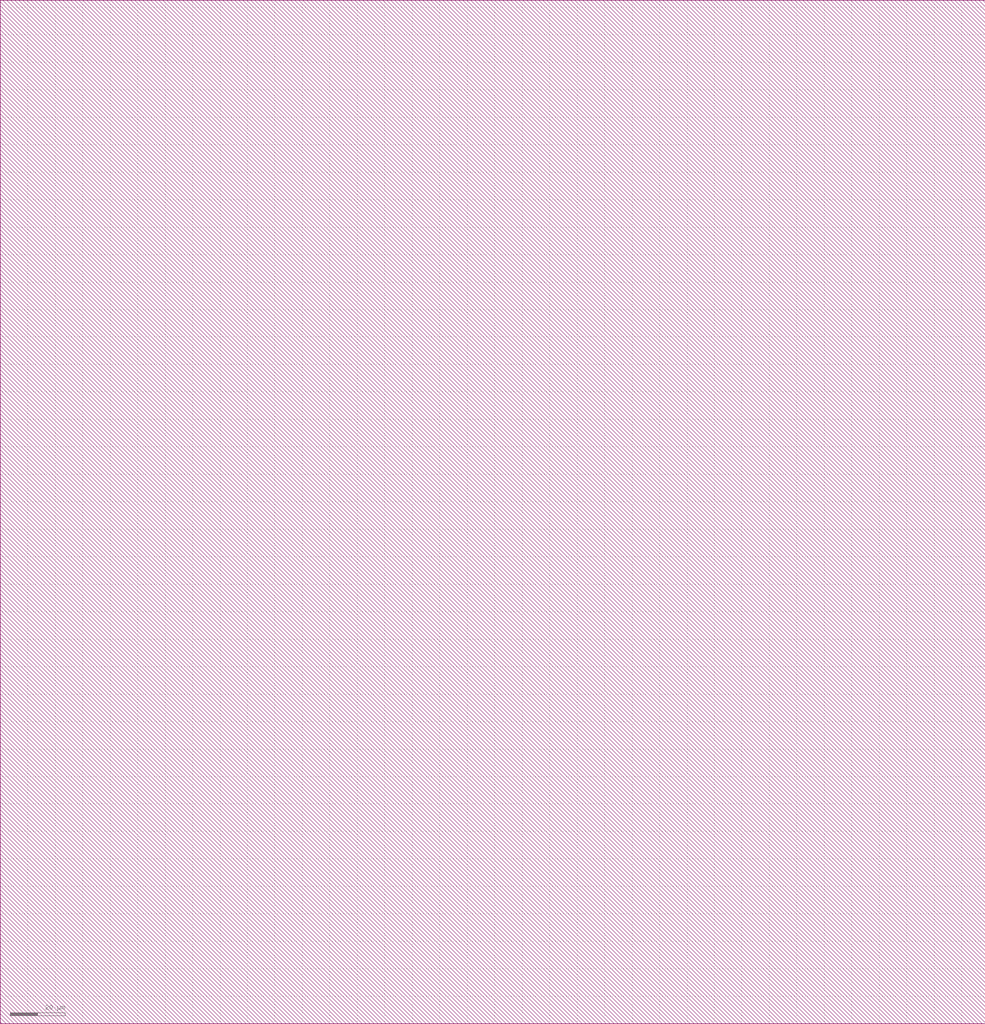
<source format=lef>
VERSION 5.6 ;

BUSBITCHARS "[]" ;

DIVIDERCHAR "/" ;

UNITS
    DATABASE MICRONS 1000 ;
END UNITS

MANUFACTURINGGRID 0.005000 ; 

CLEARANCEMEASURE EUCLIDEAN ; 

USEMINSPACING OBS ON ; 

SITE CoreSite
    CLASS CORE ;
    SIZE 0.540000 BY 0.900000 ;
END CoreSite

LAYER m1
   TYPE ROUTING ;
   DIRECTION VERTICAL ;
   MINWIDTH 0.270000 ;
   WIDTH 0.270000 ;
   SPACINGTABLE
      PARALLELRUNLENGTH 0.0
      WIDTH 0.0 0.270000 ;
   PITCH 0.540000 0.540000 ;
END m1

LAYER v1
    TYPE CUT ;
    SPACING 0.270000 ;
    WIDTH 0.270000 ;
    ENCLOSURE ABOVE 0.090000 0.090000 ;
    ENCLOSURE BELOW 0.090000 0.090000 ;
END v1

LAYER m2
   TYPE ROUTING ;
   DIRECTION HORIZONTAL ;
   MINWIDTH 0.450000 ;
   WIDTH 0.450000 ;
   SPACINGTABLE
      PARALLELRUNLENGTH 0.0
      WIDTH 0.0 0.450000 ;
   PITCH 0.900000 0.900000 ;
END m2

LAYER v2
    TYPE CUT ;
    SPACING 0.270000 ;
    WIDTH 0.270000 ;
    ENCLOSURE ABOVE 0.090000 0.090000 ;
    ENCLOSURE BELOW 0.090000 0.090000 ;
END v2

LAYER m3
   TYPE ROUTING ;
   DIRECTION VERTICAL ;
   MINWIDTH 0.450000 ;
   WIDTH 0.450000 ;
   SPACINGTABLE
      PARALLELRUNLENGTH 0.0
      WIDTH 0.0 0.450000 ;
   PITCH 0.900000 0.900000 ;
END m3

LAYER v3
    TYPE CUT ;
    SPACING 0.270000 ;
    WIDTH 0.270000 ;
    ENCLOSURE ABOVE 0.090000 0.090000 ;
    ENCLOSURE BELOW 0.090000 0.090000 ;
END v3

LAYER m4
   TYPE ROUTING ;
   DIRECTION HORIZONTAL ;
   MINWIDTH 0.450000 ;
   WIDTH 0.450000 ;
   SPACINGTABLE
      PARALLELRUNLENGTH 0.0
      WIDTH 0.0 0.450000 ;
   PITCH 0.900000 0.900000 ;
END m4

LAYER v4
    TYPE CUT ;
    SPACING 0.270000 ;
    WIDTH 0.270000 ;
    ENCLOSURE ABOVE 0.090000 0.090000 ;
    ENCLOSURE BELOW 0.090000 0.090000 ;
END v4

LAYER m5
   TYPE ROUTING ;
   DIRECTION VERTICAL ;
   MINWIDTH 0.450000 ;
   WIDTH 0.450000 ;
   SPACINGTABLE
      PARALLELRUNLENGTH 0.0
      WIDTH 0.0 0.450000 ;
   PITCH 0.900000 0.900000 ;
END m5

LAYER v5
    TYPE CUT ;
    SPACING 0.270000 ;
    WIDTH 0.270000 ;
    ENCLOSURE ABOVE 0.090000 0.090000 ;
    ENCLOSURE BELOW 0.090000 0.090000 ;
END v5

LAYER m6
   TYPE ROUTING ;
   DIRECTION HORIZONTAL ;
   MINWIDTH 0.450000 ;
   WIDTH 0.450000 ;
   SPACINGTABLE
      PARALLELRUNLENGTH 0.0
      WIDTH 0.0 0.450000 ;
   PITCH 0.900000 0.900000 ;
END m6

LAYER OVERLAP
   TYPE OVERLAP ;
END OVERLAP

VIA v1_C DEFAULT
   LAYER m1 ;
     RECT -0.225000 -0.225000 0.225000 0.225000 ;
   LAYER v1 ;
     RECT -0.135000 -0.135000 0.135000 0.135000 ;
   LAYER m2 ;
     RECT -0.225000 -0.225000 0.225000 0.225000 ;
END v1_C

VIA v1_Ch
   LAYER m1 ;
     RECT -0.225000 -0.225000 0.225000 0.225000 ;
   LAYER v1 ;
     RECT -0.135000 -0.135000 0.135000 0.135000 ;
   LAYER m2 ;
     RECT -0.225000 -0.225000 0.225000 0.225000 ;
END v1_Ch

VIA v1_Cv
   LAYER m1 ;
     RECT -0.225000 -0.225000 0.225000 0.225000 ;
   LAYER v1 ;
     RECT -0.135000 -0.135000 0.135000 0.135000 ;
   LAYER m2 ;
     RECT -0.225000 -0.225000 0.225000 0.225000 ;
END v1_Cv

VIA v2_C DEFAULT
   LAYER m2 ;
     RECT -0.225000 -0.225000 0.225000 0.225000 ;
   LAYER v2 ;
     RECT -0.135000 -0.135000 0.135000 0.135000 ;
   LAYER m3 ;
     RECT -0.225000 -0.225000 0.225000 0.225000 ;
END v2_C

VIA v2_Ch
   LAYER m2 ;
     RECT -0.225000 -0.225000 0.225000 0.225000 ;
   LAYER v2 ;
     RECT -0.135000 -0.135000 0.135000 0.135000 ;
   LAYER m3 ;
     RECT -0.225000 -0.225000 0.225000 0.225000 ;
END v2_Ch

VIA v2_Cv
   LAYER m2 ;
     RECT -0.225000 -0.225000 0.225000 0.225000 ;
   LAYER v2 ;
     RECT -0.135000 -0.135000 0.135000 0.135000 ;
   LAYER m3 ;
     RECT -0.225000 -0.225000 0.225000 0.225000 ;
END v2_Cv

VIA v3_C DEFAULT
   LAYER m3 ;
     RECT -0.225000 -0.225000 0.225000 0.225000 ;
   LAYER v3 ;
     RECT -0.135000 -0.135000 0.135000 0.135000 ;
   LAYER m4 ;
     RECT -0.225000 -0.225000 0.225000 0.225000 ;
END v3_C

VIA v3_Ch
   LAYER m3 ;
     RECT -0.225000 -0.225000 0.225000 0.225000 ;
   LAYER v3 ;
     RECT -0.135000 -0.135000 0.135000 0.135000 ;
   LAYER m4 ;
     RECT -0.225000 -0.225000 0.225000 0.225000 ;
END v3_Ch

VIA v3_Cv
   LAYER m3 ;
     RECT -0.225000 -0.225000 0.225000 0.225000 ;
   LAYER v3 ;
     RECT -0.135000 -0.135000 0.135000 0.135000 ;
   LAYER m4 ;
     RECT -0.225000 -0.225000 0.225000 0.225000 ;
END v3_Cv

VIA v4_C DEFAULT
   LAYER m4 ;
     RECT -0.225000 -0.225000 0.225000 0.225000 ;
   LAYER v4 ;
     RECT -0.135000 -0.135000 0.135000 0.135000 ;
   LAYER m5 ;
     RECT -0.225000 -0.225000 0.225000 0.225000 ;
END v4_C

VIA v4_Ch
   LAYER m4 ;
     RECT -0.225000 -0.225000 0.225000 0.225000 ;
   LAYER v4 ;
     RECT -0.135000 -0.135000 0.135000 0.135000 ;
   LAYER m5 ;
     RECT -0.225000 -0.225000 0.225000 0.225000 ;
END v4_Ch

VIA v4_Cv
   LAYER m4 ;
     RECT -0.225000 -0.225000 0.225000 0.225000 ;
   LAYER v4 ;
     RECT -0.135000 -0.135000 0.135000 0.135000 ;
   LAYER m5 ;
     RECT -0.225000 -0.225000 0.225000 0.225000 ;
END v4_Cv

VIA v5_C DEFAULT
   LAYER m5 ;
     RECT -0.225000 -0.225000 0.225000 0.225000 ;
   LAYER v5 ;
     RECT -0.135000 -0.135000 0.135000 0.135000 ;
   LAYER m6 ;
     RECT -0.225000 -0.225000 0.225000 0.225000 ;
END v5_C

VIA v5_Ch
   LAYER m5 ;
     RECT -0.225000 -0.225000 0.225000 0.225000 ;
   LAYER v5 ;
     RECT -0.135000 -0.135000 0.135000 0.135000 ;
   LAYER m6 ;
     RECT -0.225000 -0.225000 0.225000 0.225000 ;
END v5_Ch

VIA v5_Cv
   LAYER m5 ;
     RECT -0.225000 -0.225000 0.225000 0.225000 ;
   LAYER v5 ;
     RECT -0.135000 -0.135000 0.135000 0.135000 ;
   LAYER m6 ;
     RECT -0.225000 -0.225000 0.225000 0.225000 ;
END v5_Cv

MACRO _0_0cell_0_0g0n_0x0
    CLASS CORE ;
    FOREIGN _0_0cell_0_0g0n_0x0 0.000000 0.000000 ;
    ORIGIN 0.000000 0.000000 ;
    SIZE 3.240000 BY 9.900000 ;
    SYMMETRY X Y ;
    SITE CoreSite ;
    PIN in_50_6
        DIRECTION INPUT ;
        USE SIGNAL ;
        PORT
        LAYER m1 ;
        RECT 0.540000 8.730000 0.810000 9.000000 ;
        END
    END in_50_6
    PIN out
        DIRECTION OUTPUT ;
        USE SIGNAL ;
        PORT
        LAYER m1 ;
        RECT 0.540000 0.900000 0.810000 1.170000 ;
        END
        ANTENNADIFFAREA 3.888000 ;
    END out
    PIN Vdd
        DIRECTION INPUT ;
        USE POWER ;
        PORT
        LAYER m1 ;
        RECT 1.620000 8.730000 1.890000 9.000000 ;
        END
        ANTENNADIFFAREA 3.888000 ;
    END Vdd
    PIN GND
        DIRECTION INPUT ;
        USE GROUND ;
        PORT
        LAYER m1 ;
        RECT 2.700000 8.730000 2.970000 9.000000 ;
        END
        ANTENNADIFFAREA 0.972000 ;
    END GND
    OBS
      LAYER m1 ;
         RECT 0.540000 1.620000 2.610000 8.190000 ;
    END
END _0_0cell_0_0g0n_0x0

MACRO _0_0std_0_0cells_0_0INVX1
    CLASS CORE ;
    FOREIGN _0_0std_0_0cells_0_0INVX1 0.000000 0.000000 ;
    ORIGIN 0.000000 0.000000 ;
    SIZE 2.160000 BY 5.400000 ;
    SYMMETRY X Y ;
    SITE CoreSite ;
    PIN A
        DIRECTION INPUT ;
        USE SIGNAL ;
        PORT
        LAYER m1 ;
        RECT 0.540000 4.230000 0.810000 4.500000 ;
        END
    END A
    PIN Y
        DIRECTION OUTPUT ;
        USE SIGNAL ;
        PORT
        LAYER m1 ;
        RECT 0.540000 0.900000 0.810000 1.170000 ;
        END
        ANTENNADIFFAREA 0.631800 ;
    END Y
    PIN Vdd
        DIRECTION INPUT ;
        USE POWER ;
        PORT
        LAYER m1 ;
        RECT 1.080000 4.230000 1.350000 4.500000 ;
        END
        ANTENNADIFFAREA 0.388800 ;
    END Vdd
    PIN GND
        DIRECTION INPUT ;
        USE GROUND ;
        PORT
        LAYER m1 ;
        RECT 1.620000 4.230000 1.890000 4.500000 ;
        END
        ANTENNADIFFAREA 0.243000 ;
    END GND
    OBS
      LAYER m1 ;
         RECT 0.540000 1.620000 1.530000 3.690000 ;
    END
END _0_0std_0_0cells_0_0INVX1

MACRO _0_0std_0_0cells_0_0AND2X1
    CLASS CORE ;
    FOREIGN _0_0std_0_0cells_0_0AND2X1 0.000000 0.000000 ;
    ORIGIN 0.000000 0.000000 ;
    SIZE 4.320000 BY 6.300000 ;
    SYMMETRY X Y ;
    SITE CoreSite ;
    PIN A
        DIRECTION INPUT ;
        USE SIGNAL ;
        PORT
        LAYER m1 ;
        RECT 0.540000 5.130000 0.810000 5.400000 ;
        END
    END A
    PIN B
        DIRECTION INPUT ;
        USE SIGNAL ;
        PORT
        LAYER m1 ;
        RECT 1.620000 5.130000 1.890000 5.400000 ;
        END
    END B
    PIN Y
        DIRECTION OUTPUT ;
        USE SIGNAL ;
        PORT
        LAYER m1 ;
        RECT 0.540000 0.900000 0.810000 1.170000 ;
        END
        ANTENNADIFFAREA 0.631800 ;
    END Y
    PIN Vdd
        DIRECTION INPUT ;
        USE POWER ;
        PORT
        LAYER m1 ;
        RECT 2.700000 5.130000 2.970000 5.400000 ;
        END
        ANTENNADIFFAREA 0.777600 ;
    END Vdd
    PIN GND
        DIRECTION INPUT ;
        USE GROUND ;
        PORT
        LAYER m1 ;
        RECT 3.780000 5.130000 4.050000 5.400000 ;
        END
        ANTENNADIFFAREA 0.324000 ;
    END GND
    OBS
      LAYER m1 ;
         RECT 0.540000 1.620000 3.690000 4.590000 ;
    END
END _0_0std_0_0cells_0_0AND2X1

MACRO _0_0std_0_0cells_0_0NOR2X1
    CLASS CORE ;
    FOREIGN _0_0std_0_0cells_0_0NOR2X1 0.000000 0.000000 ;
    ORIGIN 0.000000 0.000000 ;
    SIZE 2.700000 BY 5.400000 ;
    SYMMETRY X Y ;
    SITE CoreSite ;
    PIN A
        DIRECTION INPUT ;
        USE SIGNAL ;
        PORT
        LAYER m1 ;
        RECT 0.540000 4.230000 0.810000 4.500000 ;
        END
    END A
    PIN B
        DIRECTION INPUT ;
        USE SIGNAL ;
        PORT
        LAYER m1 ;
        RECT 1.080000 4.230000 1.350000 4.500000 ;
        END
    END B
    PIN Y
        DIRECTION OUTPUT ;
        USE SIGNAL ;
        PORT
        LAYER m1 ;
        RECT 0.540000 0.900000 0.810000 1.170000 ;
        END
        ANTENNADIFFAREA 0.972000 ;
    END Y
    PIN Vdd
        DIRECTION INPUT ;
        USE POWER ;
        PORT
        LAYER m1 ;
        RECT 1.620000 4.230000 1.890000 4.500000 ;
        END
        ANTENNADIFFAREA 0.729000 ;
    END Vdd
    PIN GND
        DIRECTION INPUT ;
        USE GROUND ;
        PORT
        LAYER m1 ;
        RECT 2.160000 4.230000 2.430000 4.500000 ;
        END
        ANTENNADIFFAREA 0.486000 ;
    END GND
    OBS
      LAYER m1 ;
         RECT 0.540000 1.620000 2.070000 3.690000 ;
    END
END _0_0std_0_0cells_0_0NOR2X1

MACRO _0_0cell_0_0g0n1n2noo3na0n1n2naao_012oo3a012aaox0
    CLASS CORE ;
    FOREIGN _0_0cell_0_0g0n1n2noo3na0n1n2naao_012oo3a012aaox0 0.000000 0.000000 ;
    ORIGIN 0.000000 0.000000 ;
    SIZE 6.480000 BY 10.800000 ;
    SYMMETRY X Y ;
    SITE CoreSite ;
    PIN in_50_6
        DIRECTION INPUT ;
        USE SIGNAL ;
        PORT
        LAYER m1 ;
        RECT 0.540000 9.630000 0.810000 9.900000 ;
        END
    END in_50_6
    PIN in_51_6
        DIRECTION INPUT ;
        USE SIGNAL ;
        PORT
        LAYER m1 ;
        RECT 1.620000 9.630000 1.890000 9.900000 ;
        END
    END in_51_6
    PIN in_52_6
        DIRECTION INPUT ;
        USE SIGNAL ;
        PORT
        LAYER m1 ;
        RECT 2.700000 9.630000 2.970000 9.900000 ;
        END
    END in_52_6
    PIN in_53_6
        DIRECTION INPUT ;
        USE SIGNAL ;
        PORT
        LAYER m1 ;
        RECT 3.780000 9.630000 4.050000 9.900000 ;
        END
    END in_53_6
    PIN out
        DIRECTION OUTPUT ;
        USE SIGNAL ;
        PORT
        LAYER m1 ;
        RECT 0.540000 0.900000 0.810000 1.170000 ;
        END
        ANTENNADIFFAREA 2.138400 ;
    END out
    PIN Vdd
        DIRECTION INPUT ;
        USE POWER ;
        PORT
        LAYER m1 ;
        RECT 4.860000 9.630000 5.130000 9.900000 ;
        END
        ANTENNADIFFAREA 5.054400 ;
    END Vdd
    PIN GND
        DIRECTION INPUT ;
        USE GROUND ;
        PORT
        LAYER m1 ;
        RECT 5.940000 9.630000 6.210000 9.900000 ;
        END
        ANTENNADIFFAREA 1.944000 ;
    END GND
    OBS
      LAYER m1 ;
         RECT 0.540000 1.620000 5.850000 9.090000 ;
    END
END _0_0cell_0_0g0n1n2noo3na0n1n2naao_012oo3a012aaox0

MACRO _0_0cell_0_0g0n1na2no0n1noa_01o2a01aox0
    CLASS CORE ;
    FOREIGN _0_0cell_0_0g0n1na2no0n1noa_01o2a01aox0 0.000000 0.000000 ;
    ORIGIN 0.000000 0.000000 ;
    SIZE 5.400000 BY 7.200000 ;
    SYMMETRY X Y ;
    SITE CoreSite ;
    PIN in_50_6
        DIRECTION INPUT ;
        USE SIGNAL ;
        PORT
        LAYER m1 ;
        RECT 0.540000 6.030000 0.810000 6.300000 ;
        END
    END in_50_6
    PIN in_51_6
        DIRECTION INPUT ;
        USE SIGNAL ;
        PORT
        LAYER m1 ;
        RECT 1.620000 6.030000 1.890000 6.300000 ;
        END
    END in_51_6
    PIN in_52_6
        DIRECTION INPUT ;
        USE SIGNAL ;
        PORT
        LAYER m1 ;
        RECT 2.700000 6.030000 2.970000 6.300000 ;
        END
    END in_52_6
    PIN out
        DIRECTION OUTPUT ;
        USE SIGNAL ;
        PORT
        LAYER m1 ;
        RECT 0.540000 0.900000 0.810000 1.170000 ;
        END
        ANTENNADIFFAREA 1.603800 ;
    END out
    PIN Vdd
        DIRECTION INPUT ;
        USE POWER ;
        PORT
        LAYER m1 ;
        RECT 3.780000 6.030000 4.050000 6.300000 ;
        END
        ANTENNADIFFAREA 1.652400 ;
    END Vdd
    PIN GND
        DIRECTION INPUT ;
        USE GROUND ;
        PORT
        LAYER m1 ;
        RECT 4.860000 6.030000 5.130000 6.300000 ;
        END
        ANTENNADIFFAREA 0.972000 ;
    END GND
    OBS
      LAYER m1 ;
         RECT 0.540000 1.620000 4.770000 5.490000 ;
    END
END _0_0cell_0_0g0n1na2no0n1noa_01o2a01aox0

MACRO _0_0cell_0_0g0n_0x2
    CLASS CORE ;
    FOREIGN _0_0cell_0_0g0n_0x2 0.000000 0.000000 ;
    ORIGIN 0.000000 0.000000 ;
    SIZE 2.160000 BY 5.400000 ;
    SYMMETRY X Y ;
    SITE CoreSite ;
    PIN in_50_6
        DIRECTION INPUT ;
        USE SIGNAL ;
        PORT
        LAYER m1 ;
        RECT 0.540000 4.230000 0.810000 4.500000 ;
        END
    END in_50_6
    PIN out
        DIRECTION OUTPUT ;
        USE SIGNAL ;
        PORT
        LAYER m1 ;
        RECT 0.540000 0.900000 0.810000 1.170000 ;
        END
        ANTENNADIFFAREA 0.631800 ;
    END out
    PIN Vdd
        DIRECTION INPUT ;
        USE POWER ;
        PORT
        LAYER m1 ;
        RECT 1.080000 4.230000 1.350000 4.500000 ;
        END
        ANTENNADIFFAREA 0.388800 ;
    END Vdd
    PIN GND
        DIRECTION INPUT ;
        USE GROUND ;
        PORT
        LAYER m1 ;
        RECT 1.620000 4.230000 1.890000 4.500000 ;
        END
        ANTENNADIFFAREA 0.243000 ;
    END GND
    OBS
      LAYER m1 ;
         RECT 0.540000 1.620000 1.530000 3.690000 ;
    END
END _0_0cell_0_0g0n_0x2

MACRO _0_0std_0_0cells_0_0OR2X1
    CLASS CORE ;
    FOREIGN _0_0std_0_0cells_0_0OR2X1 0.000000 0.000000 ;
    ORIGIN 0.000000 0.000000 ;
    SIZE 4.320000 BY 5.400000 ;
    SYMMETRY X Y ;
    SITE CoreSite ;
    PIN A
        DIRECTION INPUT ;
        USE SIGNAL ;
        PORT
        LAYER m1 ;
        RECT 0.540000 4.230000 0.810000 4.500000 ;
        END
    END A
    PIN B
        DIRECTION INPUT ;
        USE SIGNAL ;
        PORT
        LAYER m1 ;
        RECT 1.620000 4.230000 1.890000 4.500000 ;
        END
    END B
    PIN Y
        DIRECTION OUTPUT ;
        USE SIGNAL ;
        PORT
        LAYER m1 ;
        RECT 0.540000 0.900000 0.810000 1.170000 ;
        END
        ANTENNADIFFAREA 0.631800 ;
    END Y
    PIN Vdd
        DIRECTION INPUT ;
        USE POWER ;
        PORT
        LAYER m1 ;
        RECT 2.700000 4.230000 2.970000 4.500000 ;
        END
        ANTENNADIFFAREA 0.486000 ;
    END Vdd
    PIN GND
        DIRECTION INPUT ;
        USE GROUND ;
        PORT
        LAYER m1 ;
        RECT 3.780000 4.230000 4.050000 4.500000 ;
        END
        ANTENNADIFFAREA 0.486000 ;
    END GND
    OBS
      LAYER m1 ;
         RECT 0.540000 1.620000 3.690000 3.690000 ;
    END
END _0_0std_0_0cells_0_0OR2X1

MACRO _0_0std_0_0cells_0_0LATCH
    CLASS CORE ;
    FOREIGN _0_0std_0_0cells_0_0LATCH 0.000000 0.000000 ;
    ORIGIN 0.000000 0.000000 ;
    SIZE 8.100000 BY 7.200000 ;
    SYMMETRY X Y ;
    SITE CoreSite ;
    PIN CLK
        DIRECTION INPUT ;
        USE SIGNAL ;
        PORT
        LAYER m1 ;
        RECT 0.540000 6.030000 0.810000 6.300000 ;
        END
    END CLK
    PIN D
        DIRECTION INPUT ;
        USE SIGNAL ;
        PORT
        LAYER m1 ;
        RECT 2.700000 6.030000 2.970000 6.300000 ;
        END
    END D
    PIN Q
        DIRECTION OUTPUT ;
        USE SIGNAL ;
        PORT
        LAYER m1 ;
        RECT 0.540000 0.900000 0.810000 1.170000 ;
        END
        ANTENNADIFFAREA 1.215000 ;
    END Q
    PIN Vdd
        DIRECTION INPUT ;
        USE POWER ;
        PORT
        LAYER m1 ;
        RECT 4.860000 6.030000 5.130000 6.300000 ;
        END
        ANTENNADIFFAREA 1.053000 ;
    END Vdd
    PIN GND
        DIRECTION INPUT ;
        USE GROUND ;
        PORT
        LAYER m1 ;
        RECT 7.020000 6.030000 7.290000 6.300000 ;
        END
        ANTENNADIFFAREA 1.134000 ;
    END GND
    OBS
      LAYER m1 ;
         RECT 0.540000 1.620000 7.470000 5.490000 ;
    END
END _0_0std_0_0cells_0_0LATCH

MACRO _0_0std_0_0cells_0_0TIELOX1
    CLASS CORE ;
    FOREIGN _0_0std_0_0cells_0_0TIELOX1 0.000000 0.000000 ;
    ORIGIN 0.000000 0.000000 ;
    SIZE 2.700000 BY 4.500000 ;
    SYMMETRY X Y ;
    SITE CoreSite ;
    PIN Y
        DIRECTION OUTPUT ;
        USE SIGNAL ;
        PORT
        LAYER m1 ;
        RECT 0.540000 0.900000 0.810000 1.170000 ;
        END
        ANTENNADIFFAREA 0.145800 ;
    END Y
    PIN Vdd
        DIRECTION INPUT ;
        USE POWER ;
        PORT
        LAYER m1 ;
        RECT 0.540000 3.330000 0.810000 3.600000 ;
        END
        ANTENNADIFFAREA 0.145800 ;
    END Vdd
    PIN GND
        DIRECTION INPUT ;
        USE GROUND ;
        PORT
        LAYER m1 ;
        RECT 2.160000 3.330000 2.430000 3.600000 ;
        END
        ANTENNADIFFAREA 0.145800 ;
    END GND
    OBS
      LAYER m1 ;
         RECT 0.540000 1.620000 2.070000 2.790000 ;
    END
END _0_0std_0_0cells_0_0TIELOX1

MACRO _0_0cell_0_0g0n1n2naa_012aax0
    CLASS CORE ;
    FOREIGN _0_0cell_0_0g0n1n2naa_012aax0 0.000000 0.000000 ;
    ORIGIN 0.000000 0.000000 ;
    SIZE 6.480000 BY 7.200000 ;
    SYMMETRY X Y ;
    SITE CoreSite ;
    PIN in_50_6
        DIRECTION INPUT ;
        USE SIGNAL ;
        PORT
        LAYER m1 ;
        RECT 0.540000 6.030000 0.810000 6.300000 ;
        END
    END in_50_6
    PIN in_51_6
        DIRECTION INPUT ;
        USE SIGNAL ;
        PORT
        LAYER m1 ;
        RECT 1.620000 6.030000 1.890000 6.300000 ;
        END
    END in_51_6
    PIN in_52_6
        DIRECTION INPUT ;
        USE SIGNAL ;
        PORT
        LAYER m1 ;
        RECT 2.700000 6.030000 2.970000 6.300000 ;
        END
    END in_52_6
    PIN out
        DIRECTION OUTPUT ;
        USE SIGNAL ;
        PORT
        LAYER m1 ;
        RECT 0.540000 0.900000 0.810000 1.170000 ;
        END
        ANTENNADIFFAREA 0.194400 ;
    END out
    PIN Vdd
        DIRECTION INPUT ;
        USE POWER ;
        PORT
        LAYER m1 ;
        RECT 3.780000 6.030000 4.050000 6.300000 ;
        END
        ANTENNADIFFAREA 0.729000 ;
    END Vdd
    PIN GND
        DIRECTION INPUT ;
        USE GROUND ;
        PORT
        LAYER m1 ;
        RECT 4.860000 6.030000 5.130000 6.300000 ;
        END
        ANTENNADIFFAREA 0.631800 ;
    END GND
    OBS
      LAYER m1 ;
         RECT 0.540000 1.620000 5.850000 5.490000 ;
    END
END _0_0cell_0_0g0n1n2naa_012aax0

MACRO _0_0std_0_0cells_0_0TIEHIX1
    CLASS CORE ;
    FOREIGN _0_0std_0_0cells_0_0TIEHIX1 0.000000 0.000000 ;
    ORIGIN 0.000000 0.000000 ;
    SIZE 2.700000 BY 4.500000 ;
    SYMMETRY X Y ;
    SITE CoreSite ;
    PIN Y
        DIRECTION OUTPUT ;
        USE SIGNAL ;
        PORT
        LAYER m1 ;
        RECT 0.540000 0.900000 0.810000 1.170000 ;
        END
        ANTENNADIFFAREA 0.145800 ;
    END Y
    PIN Vdd
        DIRECTION INPUT ;
        USE POWER ;
        PORT
        LAYER m1 ;
        RECT 0.540000 3.330000 0.810000 3.600000 ;
        END
        ANTENNADIFFAREA 0.145800 ;
    END Vdd
    PIN GND
        DIRECTION INPUT ;
        USE GROUND ;
        PORT
        LAYER m1 ;
        RECT 2.160000 3.330000 2.430000 3.600000 ;
        END
        ANTENNADIFFAREA 0.145800 ;
    END GND
    OBS
      LAYER m1 ;
         RECT 0.540000 1.620000 2.070000 2.790000 ;
    END
END _0_0std_0_0cells_0_0TIEHIX1

MACRO _0_0cell_0_0g0n_0x1
    CLASS CORE ;
    FOREIGN _0_0cell_0_0g0n_0x1 0.000000 0.000000 ;
    ORIGIN 0.000000 0.000000 ;
    SIZE 2.160000 BY 4.500000 ;
    SYMMETRY X Y ;
    SITE CoreSite ;
    PIN in_50_6
        DIRECTION INPUT ;
        USE SIGNAL ;
        PORT
        LAYER m1 ;
        RECT 0.540000 3.330000 0.810000 3.600000 ;
        END
    END in_50_6
    PIN out
        DIRECTION OUTPUT ;
        USE SIGNAL ;
        PORT
        LAYER m1 ;
        RECT 0.540000 0.900000 0.810000 1.170000 ;
        END
        ANTENNADIFFAREA 0.534600 ;
    END out
    PIN Vdd
        DIRECTION INPUT ;
        USE POWER ;
        PORT
        LAYER m1 ;
        RECT 1.080000 3.330000 1.350000 3.600000 ;
        END
        ANTENNADIFFAREA 0.291600 ;
    END Vdd
    PIN GND
        DIRECTION INPUT ;
        USE GROUND ;
        PORT
        LAYER m1 ;
        RECT 1.620000 3.330000 1.890000 3.600000 ;
        END
        ANTENNADIFFAREA 0.243000 ;
    END GND
    OBS
      LAYER m1 ;
         RECT 0.540000 1.620000 1.530000 2.790000 ;
    END
END _0_0cell_0_0g0n_0x1

MACRO _0_0cell_0_0g0n1na_01ax0
    CLASS CORE ;
    FOREIGN _0_0cell_0_0g0n1na_01ax0 0.000000 0.000000 ;
    ORIGIN 0.000000 0.000000 ;
    SIZE 5.940000 BY 6.300000 ;
    SYMMETRY X Y ;
    SITE CoreSite ;
    PIN in_50_6
        DIRECTION INPUT ;
        USE SIGNAL ;
        PORT
        LAYER m1 ;
        RECT 0.540000 5.130000 0.810000 5.400000 ;
        END
    END in_50_6
    PIN in_51_6
        DIRECTION INPUT ;
        USE SIGNAL ;
        PORT
        LAYER m1 ;
        RECT 2.160000 5.130000 2.430000 5.400000 ;
        END
    END in_51_6
    PIN out
        DIRECTION OUTPUT ;
        USE SIGNAL ;
        PORT
        LAYER m1 ;
        RECT 0.540000 0.900000 0.810000 1.170000 ;
        END
        ANTENNADIFFAREA 0.194400 ;
    END out
    PIN Vdd
        DIRECTION INPUT ;
        USE POWER ;
        PORT
        LAYER m1 ;
        RECT 3.780000 5.130000 4.050000 5.400000 ;
        END
        ANTENNADIFFAREA 0.534600 ;
    END Vdd
    PIN GND
        DIRECTION INPUT ;
        USE GROUND ;
        PORT
        LAYER m1 ;
        RECT 5.400000 5.130000 5.670000 5.400000 ;
        END
        ANTENNADIFFAREA 0.469800 ;
    END GND
    OBS
      LAYER m1 ;
         RECT 0.540000 1.620000 5.310000 4.590000 ;
    END
END _0_0cell_0_0g0n1na_01ax0

MACRO _0_0std_0_0cells_0_0MUX2X1
    CLASS CORE ;
    FOREIGN _0_0std_0_0cells_0_0MUX2X1 0.000000 0.000000 ;
    ORIGIN 0.000000 0.000000 ;
    SIZE 7.560000 BY 6.300000 ;
    SYMMETRY X Y ;
    SITE CoreSite ;
    PIN A
        DIRECTION INPUT ;
        USE SIGNAL ;
        PORT
        LAYER m1 ;
        RECT 0.540000 5.130000 0.810000 5.400000 ;
        END
    END A
    PIN B
        DIRECTION INPUT ;
        USE SIGNAL ;
        PORT
        LAYER m1 ;
        RECT 2.160000 5.130000 2.430000 5.400000 ;
        END
    END B
    PIN S
        DIRECTION INPUT ;
        USE SIGNAL ;
        PORT
        LAYER m1 ;
        RECT 3.780000 5.130000 4.050000 5.400000 ;
        END
    END S
    PIN Y
        DIRECTION OUTPUT ;
        USE SIGNAL ;
        PORT
        LAYER m1 ;
        RECT 0.540000 0.900000 0.810000 1.170000 ;
        END
        ANTENNADIFFAREA 2.430000 ;
    END Y
    PIN Vdd
        DIRECTION INPUT ;
        USE POWER ;
        PORT
        LAYER m1 ;
        RECT 5.400000 5.130000 5.670000 5.400000 ;
        END
        ANTENNADIFFAREA 1.215000 ;
    END Vdd
    PIN GND
        DIRECTION INPUT ;
        USE GROUND ;
        PORT
        LAYER m1 ;
        RECT 7.020000 5.130000 7.290000 5.400000 ;
        END
        ANTENNADIFFAREA 0.648000 ;
    END GND
    OBS
      LAYER m1 ;
         RECT 0.540000 1.620000 6.930000 4.590000 ;
    END
END _0_0std_0_0cells_0_0MUX2X1

MACRO _0_0std_0_0cells_0_0NOR2X2
    CLASS CORE ;
    FOREIGN _0_0std_0_0cells_0_0NOR2X2 0.000000 0.000000 ;
    ORIGIN 0.000000 0.000000 ;
    SIZE 2.700000 BY 8.100000 ;
    SYMMETRY X Y ;
    SITE CoreSite ;
    PIN A
        DIRECTION INPUT ;
        USE SIGNAL ;
        PORT
        LAYER m1 ;
        RECT 0.540000 6.930000 0.810000 7.200000 ;
        END
    END A
    PIN B
        DIRECTION INPUT ;
        USE SIGNAL ;
        PORT
        LAYER m1 ;
        RECT 1.080000 6.930000 1.350000 7.200000 ;
        END
    END B
    PIN Y
        DIRECTION OUTPUT ;
        USE SIGNAL ;
        PORT
        LAYER m1 ;
        RECT 0.540000 0.900000 0.810000 1.170000 ;
        END
        ANTENNADIFFAREA 1.944000 ;
    END Y
    PIN Vdd
        DIRECTION INPUT ;
        USE POWER ;
        PORT
        LAYER m1 ;
        RECT 1.620000 6.930000 1.890000 7.200000 ;
        END
        ANTENNADIFFAREA 1.458000 ;
    END Vdd
    PIN GND
        DIRECTION INPUT ;
        USE GROUND ;
        PORT
        LAYER m1 ;
        RECT 2.160000 6.930000 2.430000 7.200000 ;
        END
        ANTENNADIFFAREA 0.972000 ;
    END GND
    OBS
      LAYER m1 ;
         RECT 0.540000 1.620000 2.070000 6.390000 ;
    END
END _0_0std_0_0cells_0_0NOR2X2

MACRO _0_0std_0_0cells_0_0LATCHINV
    CLASS CORE ;
    FOREIGN _0_0std_0_0cells_0_0LATCHINV 0.000000 0.000000 ;
    ORIGIN 0.000000 0.000000 ;
    SIZE 7.560000 BY 7.200000 ;
    SYMMETRY X Y ;
    SITE CoreSite ;
    PIN CLK
        DIRECTION INPUT ;
        USE SIGNAL ;
        PORT
        LAYER m1 ;
        RECT 0.540000 6.030000 0.810000 6.300000 ;
        END
    END CLK
    PIN D
        DIRECTION INPUT ;
        USE SIGNAL ;
        PORT
        LAYER m1 ;
        RECT 2.160000 6.030000 2.430000 6.300000 ;
        END
    END D
    PIN q
        DIRECTION INPUT ;
        USE SIGNAL ;
        PORT
        LAYER m1 ;
        RECT 3.780000 6.030000 4.050000 6.300000 ;
        END
    END q
    PIN __q
        DIRECTION OUTPUT ;
        USE SIGNAL ;
        PORT
        LAYER m1 ;
        RECT 0.540000 0.900000 0.810000 1.170000 ;
        END
        ANTENNADIFFAREA 2.430000 ;
    END __q
    PIN Vdd
        DIRECTION INPUT ;
        USE POWER ;
        PORT
        LAYER m1 ;
        RECT 5.400000 6.030000 5.670000 6.300000 ;
        END
        ANTENNADIFFAREA 1.134000 ;
    END Vdd
    PIN GND
        DIRECTION INPUT ;
        USE GROUND ;
        PORT
        LAYER m1 ;
        RECT 7.020000 6.030000 7.290000 6.300000 ;
        END
        ANTENNADIFFAREA 0.972000 ;
    END GND
    OBS
      LAYER m1 ;
         RECT 0.540000 1.620000 6.930000 5.490000 ;
    END
END _0_0std_0_0cells_0_0LATCHINV

MACRO welltap_svt
    CLASS CORE WELLTAP ;
    FOREIGN welltap_svt 0.000000 0.000000 ;
    ORIGIN 0.000000 0.000000 ;
    SIZE 1.620000 BY 2.700000 ;
    SYMMETRY X Y ;
    SITE CoreSite ;
    PIN Vdd
        DIRECTION INPUT ;
        USE POWER ;
        PORT
        LAYER m1 ;
        RECT 0.540000 1.530000 0.810000 1.800000 ;
        END
    END Vdd
    PIN GND
        DIRECTION INPUT ;
        USE GROUND ;
        PORT
        LAYER m1 ;
        RECT 0.540000 0.900000 0.810000 1.170000 ;
        END
    END GND
END welltap_svt

MACRO circuitppnp
   CLASS CORE ;
   FOREIGN circuitppnp 0.000000 0.000000 ;
   ORIGIN 0.000000 0.000000 ; 
   SIZE 358.560000 BY 372.600000 ; 
   SYMMETRY X Y ;
   SITE CoreSite ;
END circuitppnp

MACRO circuitwell
   CLASS CORE ;
   FOREIGN circuitwell 0.000000 0.000000 ;
   ORIGIN 0.000000 0.000000 ; 
   SIZE 358.560000 BY 372.600000 ; 
   SYMMETRY X Y ;
   SITE CoreSite ;
END circuitwell


</source>
